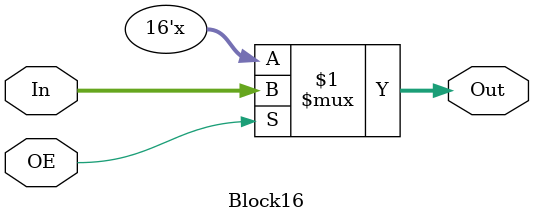
<source format=v>
`timescale 1ns / 1ps


module Block16(
    input [15:0] In,
    input OE,
    output  [15:0] Out
    );
    
    
    
    assign Out=OE?In:16'bzzzz_zzzz_zzzz_zzzz;
    
    
endmodule

</source>
